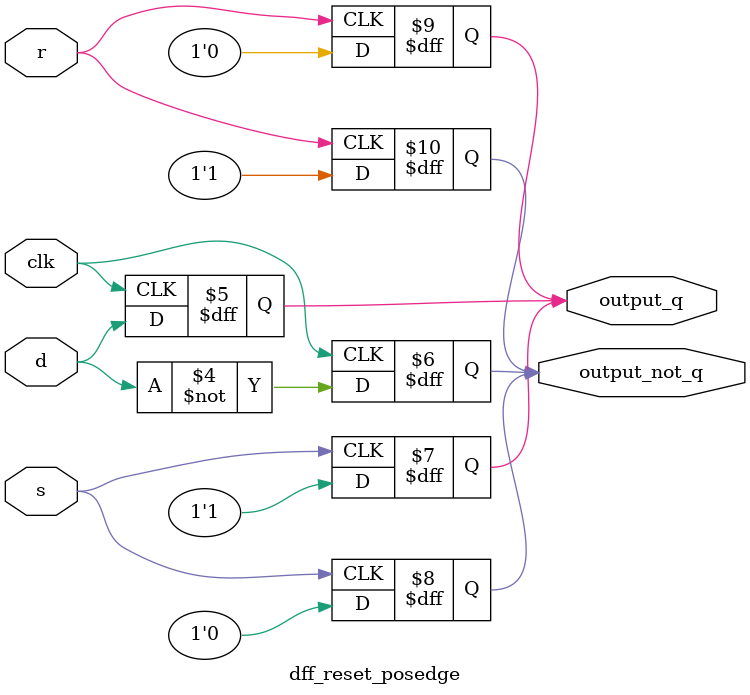
<source format=v>

`timescale 1ns / 1ns

module dff_reset_posedge (clk, s, r, d, output_q, output_not_q);
	input clk, s, r, d;
	output output_q, output_not_q;
	reg output_q, output_not_q;
	always @(posedge r) begin
		output_q = 1'b0;
		output_not_q = 1'b1;
		end
	always @(posedge s) begin
		output_q = 1'b1;
		output_not_q = 1'b0;
		end
	always @(posedge clk) begin
		output_q = d;
		output_not_q = ~d;
		end

endmodule
</source>
